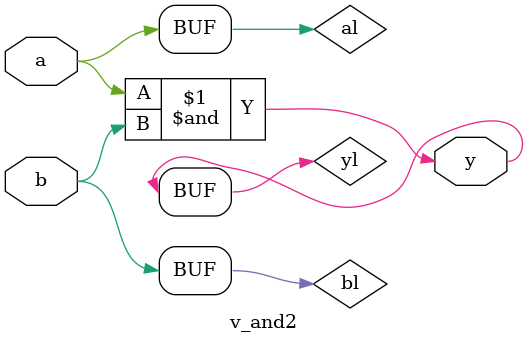
<source format=v>

`timescale 1 ns / 1 ns

module v_and2 (input a, b,
             output y);

    buf (al, a);
    buf (bl, b);
    and (yl, al, bl);
    buf (y, yl);

    specify
        specparam t_rise = 1:1:1, t_fall = 1:1:1;
        (a => y) = (t_rise, t_fall);
        (b => y) = (t_rise, t_fall);
    endspecify

endmodule


</source>
